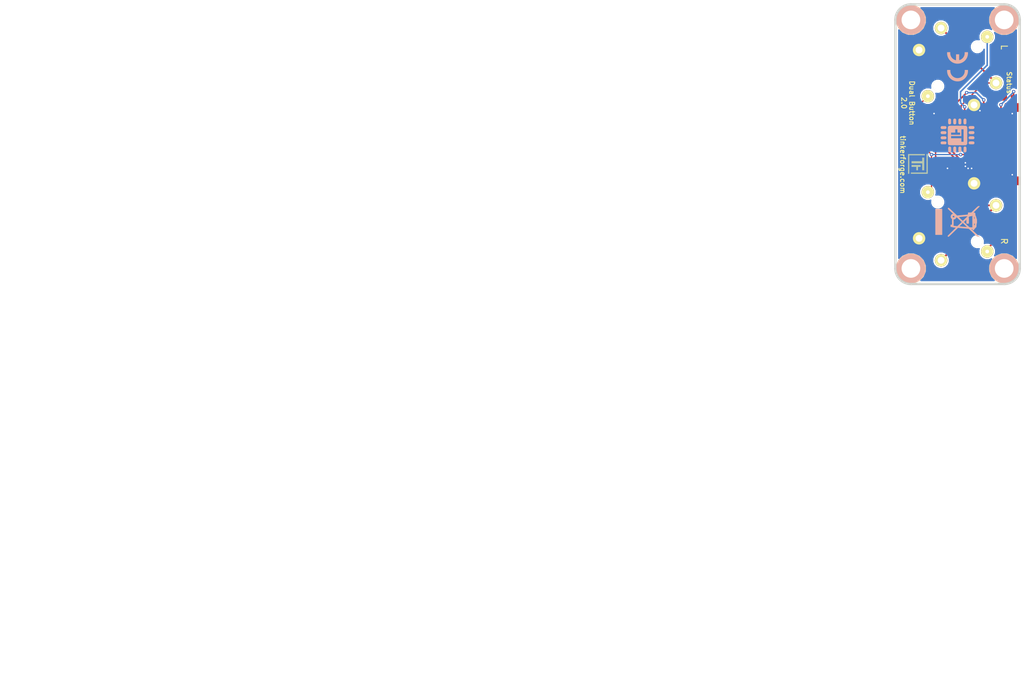
<source format=kicad_pcb>
(kicad_pcb (version 4) (host pcbnew 4.0.7-e2-6376~58~ubuntu17.04.1)
  (title_block (title "Dual Button Bricklet") (date 2018-02-21) (rev 2.0) (company "Tinkerforge GmbH") (comment 1 "Licensed under CERN OHL v.1.1") (comment 2 "Copyright (©) 2018, L.Lauer <lukas@tinkerforge.com>"))
  (layers (0 Vorderseite signal) (31 Rückseite signal) (34 B.Paste user) (35 F.Paste user) (36 B.SilkS user) (37 F.SilkS user) (38 B.Mask user) (39 F.Mask user) (44 Edge.Cuts user))
  (net 0 "")
  (net 1 D1)
  (net 2 D2)
  (net 3 GND)
  (net 4 SW1)
  (net 5 SW2)
  (net 6 VCC)
  (net 7 "Net-(C2-Pad2)")
  (net 8 "Net-(D1-Pad2)")
  (net 9 "Net-(P1-Pad1)")
  (net 10 "Net-(P1-Pad4)")
  (net 11 "Net-(P1-Pad5)")
  (net 12 "Net-(P1-Pad6)")
  (net 13 "Net-(P2-Pad1)")
  (net 14 "Net-(P3-Pad2)")
  (net 15 "Net-(R1-Pad1)")
  (net 16 S-MISO)
  (net 17 S-MOSI)
  (net 18 S-CLK)
  (net 19 S-CS)
  (net 20 "Net-(U1-Pad5)")
  (net 21 "Net-(U1-Pad6)")
  (net 22 "Net-(U1-Pad8)")
  (net 23 "Net-(U1-Pad16)")
  (net 24 "Net-(U1-Pad17)")
  (net 25 "Net-(U1-Pad21)")
  (net 26 "Net-(R2-Pad1)")
  (net 27 "Net-(R3-Pad1)")
  (net 28 "Net-(U1-Pad11)")
  (net 29 "Net-(U1-Pad12)")
  (net 30 "Net-(U1-Pad13)")
  (net 31 "Net-(U1-Pad14)")
  (net 32 "Net-(U1-Pad4)")
  (module kicad-libraries:TACT_SWITCH_12mm (layer Vorderseite) (at 169 96.5 45)
    (fp_text reference SW2)
    (fp_text value TACT_SWITCH_12MM)
    (pad 1 thru_hole circle (at -6.75 0 45) (size 2 2) (drill 0.6) (layers *.Cu *.Mask F.SilkS) (net 6 VCC))
    (pad 2 thru_hole circle (at 6.75 0 45) (size 2 2) (drill 0.6) (layers *.Cu *.Mask F.SilkS) (net 27 "Net-(R3-Pad1)"))
    (pad 3 thru_hole circle (at -2.5 -6.26 45) (size 2 2) (drill 1.1) (layers *.Cu *.Mask F.SilkS) (net 3 GND))
    (pad 4 thru_hole circle (at 2.5 -6.25 45) (size 2 2) (drill 1.1) (layers *.Cu *.Mask F.SilkS) (net 5 SW2))
    (pad 3 thru_hole circle (at -2.5 6.25 45) (size 2 2) (drill 1.1) (layers *.Cu *.Mask F.SilkS) (net 3 GND))
    (pad 4 thru_hole circle (at 2.5 6.25 45) (size 2 2) (drill 1.1) (layers *.Cu *.Mask F.SilkS) (net 5 SW2))
    (pad "" np_thru_hole circle (at -4.5 0 45) (size 1.6 1.6) (drill 1.6) (layers *.Cu *.Mask F.SilkS))
    (pad "" np_thru_hole circle (at 4.5 0 45) (size 1.6 1.6) (drill 1.6) (layers *.Cu *.Mask F.SilkS))
  )
  (module Logo_31x31 (layer Vorderseite) (at 164.2 110.6 270)
    (fp_text reference Ref** hide)
    (fp_text value Val** hide)
  )
  (module Fiducial_Mark (layer Vorderseite) (at 160.5 93)
    (fp_text reference Fiducial_Mark hide)
    (fp_text value VAL** hide)
    (pad 1 smd circle (at 0 0) (size 1.00076 1.00076) (layers Vorderseite F.Mask) (clearance 0.65024))
  )
  (module Fiducial_Mark (layer Vorderseite) (at 177.5 117)
    (fp_text reference Fiducial_Mark hide)
    (fp_text value VAL** hide)
    (pad 1 smd circle (at 0 0) (size 1.00076 1.00076) (layers Vorderseite F.Mask) (clearance 0.65024))
  )
  (module kicad-libraries:TACT_SWITCH_12mm (layer Vorderseite) (at 169 121.5 315)
    (fp_text reference SW1)
    (fp_text value TACT_SWITCH_12MM)
    (pad 1 thru_hole circle (at -6.75 0 315) (size 2 2) (drill 0.6) (layers *.Cu *.Mask F.SilkS) (net 6 VCC))
    (pad 2 thru_hole circle (at 6.75 0 315) (size 2 2) (drill 0.6) (layers *.Cu *.Mask F.SilkS) (net 26 "Net-(R2-Pad1)"))
    (pad 3 thru_hole circle (at -2.5 -6.26 315) (size 2 2) (drill 1.1) (layers *.Cu *.Mask F.SilkS) (net 3 GND))
    (pad 4 thru_hole circle (at 2.5 -6.25 315) (size 2 2) (drill 1.1) (layers *.Cu *.Mask F.SilkS) (net 4 SW1))
    (pad 3 thru_hole circle (at -2.5 6.25 315) (size 2 2) (drill 1.1) (layers *.Cu *.Mask F.SilkS) (net 3 GND))
    (pad 4 thru_hole circle (at 2.5 6.25 315) (size 2 2) (drill 1.1) (layers *.Cu *.Mask F.SilkS) (net 4 SW1))
    (pad "" np_thru_hole circle (at -4.5 0 315) (size 1.6 1.6) (drill 1.6) (layers *.Cu *.Mask F.SilkS))
    (pad "" np_thru_hole circle (at 4.5 0 315) (size 1.6 1.6) (drill 1.6) (layers *.Cu *.Mask F.SilkS))
  )
  (module kicad-libraries:CE_5mm (layer Rückseite) (at 169 96.5 90)
    (fp_text reference VAL hide)
    (fp_text value CE_5mm hide)
  )
  (module kicad-libraries:WEEE_7mm (layer Rückseite) (at 169 121.49 90)
    (fp_text reference VAL hide)
    (fp_text value WEEE_7mm hide)
  )
  (module kicad-libraries:C0402E (layer Vorderseite) (at 172.6 104.9 270)
    (fp_text reference C2)
    (fp_text value 220pF)
    (pad 1 smd rect (at -0.65 0 270) (size 0.7 0.9) (layers Vorderseite F.Paste F.Mask) (net 3 GND))
    (pad 2 smd rect (at 0.65 0 270) (size 0.7 0.9) (layers Vorderseite F.Paste F.Mask) (net 7 "Net-(C2-Pad2)"))
  )
  (module kicad-libraries:D0603F (layer Vorderseite) (at 177.26 101.54 180)
    (fp_text reference D1)
    (fp_text value blue)
    (pad 1 smd rect (at -0.75 0 180) (size 0.9 0.9) (layers Vorderseite F.Paste F.Mask) (net 6 VCC))
    (pad 2 smd rect (at 0.75 0 180) (size 0.9 0.9) (layers Vorderseite F.Paste F.Mask) (net 8 "Net-(D1-Pad2)"))
  )
  (module kicad-libraries:CON-SENSOR2 (layer Vorderseite) (at 179 109 90)
    (fp_text reference P1)
    (fp_text value CON-SENSOR2)
    (pad 1 smd rect (at -3.75 -4.6 90) (size 0.6 1.8) (layers Vorderseite F.Paste F.Mask) (net 9 "Net-(P1-Pad1)"))
    (pad 2 smd rect (at -2.5 -4.6 90) (size 0.6 1.8) (layers Vorderseite F.Paste F.Mask) (net 3 GND))
    (pad EP smd rect (at -5.9 -1.2 90) (size 1.4 2.4) (layers Vorderseite F.Paste F.Mask) (net 3 GND))
    (pad EP smd rect (at 5.9 -1.2 90) (size 1.4 2.4) (layers Vorderseite F.Paste F.Mask) (net 3 GND))
    (pad 3 smd rect (at -1.25 -4.6 90) (size 0.6 1.8) (layers Vorderseite F.Paste F.Mask) (net 6 VCC))
    (pad 4 smd rect (at 0 -4.6 90) (size 0.6 1.8) (layers Vorderseite F.Paste F.Mask) (net 10 "Net-(P1-Pad4)"))
    (pad 5 smd rect (at 1.25 -4.6 90) (size 0.6 1.8) (layers Vorderseite F.Paste F.Mask) (net 11 "Net-(P1-Pad5)"))
    (pad 6 smd rect (at 2.5 -4.6 90) (size 0.6 1.8) (layers Vorderseite F.Paste F.Mask) (net 12 "Net-(P1-Pad6)"))
    (pad 7 smd rect (at 3.75 -4.6 90) (size 0.6 1.8) (layers Vorderseite F.Paste F.Mask) (net 7 "Net-(C2-Pad2)"))
  )
  (module kicad-libraries:DEBUG_PAD (layer Vorderseite) (at 163.03 107.94)
    (fp_text reference P2)
    (fp_text value DEBUG)
    (pad 1 smd circle (at 0 0) (size 0.7 0.7) (layers Vorderseite F.Paste F.Mask) (net 13 "Net-(P2-Pad1)"))
  )
  (module kicad-libraries:SolderJumper (layer Vorderseite) (at 166.68 112.19 135)
    (fp_text reference P3)
    (fp_text value BOOT)
    (pad 2 smd rect (at 0.55 0 135) (size 0.3 1.4) (layers Vorderseite F.Mask) (net 14 "Net-(P3-Pad2)"))
    (pad 2 smd rect (at 0.15 0 135) (size 0.6 0.5) (layers Vorderseite F.Mask) (net 14 "Net-(P3-Pad2)"))
    (pad 1 smd rect (at -0.5 0 135) (size 0.4 1.4) (layers Vorderseite F.Mask) (net 3 GND))
    (pad 1 smd rect (at -0.225 0.55 135) (size 0.95 0.3) (layers Vorderseite F.Mask) (net 3 GND))
    (pad 1 smd rect (at -0.225 -0.55 135) (size 0.95 0.3) (layers Vorderseite F.Mask) (net 3 GND))
  )
  (module kicad-libraries:R0603F (layer Vorderseite) (at 174.28 102.38 45)
    (fp_text reference R1)
    (fp_text value 1k)
    (pad 1 smd rect (at -0.75 0 45) (size 0.9 0.9) (layers Vorderseite F.Paste F.Mask) (net 15 "Net-(R1-Pad1)"))
    (pad 2 smd rect (at 0.75 0 45) (size 0.9 0.9) (layers Vorderseite F.Paste F.Mask) (net 8 "Net-(D1-Pad2)"))
  )
  (module kicad-libraries:4X0402 (layer Vorderseite) (at 172.1 107.1 90)
    (fp_text reference RP2)
    (fp_text value 82)
    (pad 1 smd rect (at -0.7493 0.575 270) (size 0.29972 0.65) (layers Vorderseite F.Paste F.Mask) (net 10 "Net-(P1-Pad4)"))
    (pad 2 smd rect (at -0.24892 0.575 270) (size 0.29972 0.65) (layers Vorderseite F.Paste F.Mask) (net 11 "Net-(P1-Pad5)"))
    (pad 3 smd rect (at 0.24892 0.575 270) (size 0.29972 0.65) (layers Vorderseite F.Paste F.Mask) (net 12 "Net-(P1-Pad6)"))
    (pad 4 smd rect (at 0.7493 0.575 270) (size 0.29972 0.65) (layers Vorderseite F.Paste F.Mask) (net 7 "Net-(C2-Pad2)"))
    (pad 5 smd rect (at 0.7493 -0.575 90) (size 0.29972 0.65) (layers Vorderseite F.Paste F.Mask) (net 16 S-MISO))
    (pad 6 smd rect (at 0.24892 -0.575 90) (size 0.29972 0.65) (layers Vorderseite F.Paste F.Mask) (net 17 S-MOSI))
    (pad 7 smd rect (at -0.24892 -0.575 90) (size 0.29972 0.65) (layers Vorderseite F.Paste F.Mask) (net 18 S-CLK))
    (pad 8 smd rect (at -0.7493 -0.575 90) (size 0.29972 0.65) (layers Vorderseite F.Paste F.Mask) (net 19 S-CS))
  )
  (module kicad-libraries:QFN24-4x4mm-0.5mm (layer Vorderseite) (at 166.54 107.49 225)
    (fp_text reference U1)
    (fp_text value XMC1XXX24)
    (pad 1 smd oval (at -2.025 -1.25 225) (size 1 0.3) (layers Vorderseite F.Paste F.Mask) (net 16 S-MISO))
    (pad 2 smd oval (at -2.025 -0.75 225) (size 1 0.3) (layers Vorderseite F.Paste F.Mask) (net 2 D2))
    (pad 3 smd oval (at -2.025 -0.25 225) (size 1 0.3) (layers Vorderseite F.Paste F.Mask) (net 5 SW2))
    (pad 4 smd oval (at -2.025 0.25 225) (size 1 0.3) (layers Vorderseite F.Paste F.Mask) (net 32 "Net-(U1-Pad4)"))
    (pad 5 smd oval (at -2.025 0.75 225) (size 1 0.3) (layers Vorderseite F.Paste F.Mask) (net 20 "Net-(U1-Pad5)"))
    (pad 6 smd oval (at -2.025 1.25 225) (size 1 0.3) (layers Vorderseite F.Paste F.Mask) (net 21 "Net-(U1-Pad6)"))
    (pad 7 smd oval (at -1.25 2.025 315) (size 1 0.3) (layers Vorderseite F.Paste F.Mask) (net 15 "Net-(R1-Pad1)"))
    (pad 8 smd oval (at -0.75 2.025 315) (size 1 0.3) (layers Vorderseite F.Paste F.Mask) (net 22 "Net-(U1-Pad8)"))
    (pad 9 smd oval (at -0.25 2.025 315) (size 1 0.3) (layers Vorderseite F.Paste F.Mask) (net 3 GND))
    (pad 10 smd oval (at 0.25 2.025 315) (size 1 0.3) (layers Vorderseite F.Paste F.Mask) (net 6 VCC))
    (pad 11 smd oval (at 0.75 2.025 315) (size 1 0.3) (layers Vorderseite F.Paste F.Mask) (net 28 "Net-(U1-Pad11)"))
    (pad 12 smd oval (at 1.25 2.025 315) (size 1 0.3) (layers Vorderseite F.Paste F.Mask) (net 29 "Net-(U1-Pad12)"))
    (pad 13 smd oval (at 2.025 1.25 225) (size 1 0.3) (layers Vorderseite F.Paste F.Mask) (net 30 "Net-(U1-Pad13)"))
    (pad 14 smd oval (at 2.025 0.75 225) (size 1 0.3) (layers Vorderseite F.Paste F.Mask) (net 31 "Net-(U1-Pad14)"))
    (pad 15 smd oval (at 2.025 0.25 225) (size 1 0.3) (layers Vorderseite F.Paste F.Mask) (net 13 "Net-(P2-Pad1)"))
    (pad 16 smd oval (at 2.025 -0.25 225) (size 1 0.3) (layers Vorderseite F.Paste F.Mask) (net 23 "Net-(U1-Pad16)"))
    (pad 17 smd oval (at 2.025 -0.75 225) (size 1 0.3) (layers Vorderseite F.Paste F.Mask) (net 24 "Net-(U1-Pad17)"))
    (pad 18 smd oval (at 2.025 -1.25 225) (size 1 0.3) (layers Vorderseite F.Paste F.Mask) (net 14 "Net-(P3-Pad2)"))
    (pad 19 smd oval (at 1.25 -2.025 315) (size 1 0.3) (layers Vorderseite F.Paste F.Mask) (net 4 SW1))
    (pad 20 smd oval (at 0.75 -2.025 315) (size 1 0.3) (layers Vorderseite F.Paste F.Mask) (net 1 D1))
    (pad 21 smd oval (at 0.25 -2.025 315) (size 1 0.3) (layers Vorderseite F.Paste F.Mask) (net 25 "Net-(U1-Pad21)"))
    (pad 22 smd oval (at -0.25 -2.025 315) (size 1 0.3) (layers Vorderseite F.Paste F.Mask) (net 19 S-CS))
    (pad 23 smd oval (at -0.75 -2.025 315) (size 1 0.3) (layers Vorderseite F.Paste F.Mask) (net 18 S-CLK))
    (pad 24 smd oval (at -1.25 -2.025 315) (size 1 0.3) (layers Vorderseite F.Paste F.Mask) (net 17 S-MOSI))
    (pad EXP smd rect (at 0.65 0.65 225) (size 1.3 1.3) (layers Vorderseite F.Paste F.Mask) (net 3 GND))
    (pad EXP smd rect (at 0.65 -0.65 225) (size 1.3 1.3) (layers Vorderseite F.Paste F.Mask) (net 3 GND))
    (pad EXP smd rect (at -0.65 0.65 225) (size 1.3 1.3) (layers Vorderseite F.Paste F.Mask) (net 3 GND))
    (pad EXP smd rect (at -0.65 -0.65 225) (size 1.3 1.3) (layers Vorderseite F.Paste F.Mask) (net 3 GND))
  )
  (module kicad-libraries:C0603F (layer Vorderseite) (at 164.18 105.12 225)
    (fp_text reference C4)
    (fp_text value 100nF)
    (pad 1 smd rect (at -0.75 0 225) (size 0.9 0.9) (layers Vorderseite F.Paste F.Mask) (net 3 GND))
    (pad 2 smd rect (at 0.75 0 225) (size 0.9 0.9) (layers Vorderseite F.Paste F.Mask) (net 6 VCC))
  )
  (module kicad-libraries:C0603F (layer Vorderseite) (at 170.99 111.42 90)
    (fp_text reference C3)
    (fp_text value 1uF)
    (pad 1 smd rect (at -0.75 0 90) (size 0.9 0.9) (layers Vorderseite F.Paste F.Mask) (net 3 GND))
    (pad 2 smd rect (at 0.75 0 90) (size 0.9 0.9) (layers Vorderseite F.Paste F.Mask) (net 6 VCC))
  )
  (module kicad-libraries:C0805 (layer Vorderseite) (at 172.46 111.21 90)
    (fp_text reference C1)
    (fp_text value 10uF)
    (pad 1 smd rect (at -1.00076 0 90) (size 1.00076 1.24968) (layers Vorderseite F.Paste F.Mask) (net 3 GND) (clearance 0.14986))
    (pad 2 smd rect (at 1.00076 0 90) (size 1.00076 1.24968) (layers Vorderseite F.Paste F.Mask) (net 6 VCC) (clearance 0.14986))
  )
  (module kicad-libraries:R0603F (layer Vorderseite) (at 174.4 115.96 135)
    (fp_text reference R2)
    (fp_text value 1k)
    (pad 1 smd rect (at -0.75 0 135) (size 0.9 0.9) (layers Vorderseite F.Paste F.Mask) (net 26 "Net-(R2-Pad1)"))
    (pad 2 smd rect (at 0.75 0 135) (size 0.9 0.9) (layers Vorderseite F.Paste F.Mask) (net 1 D1))
  )
  (module kicad-libraries:R0603F (layer Vorderseite) (at 170.39 105.17 225)
    (fp_text reference R3)
    (fp_text value 1k)
    (pad 1 smd rect (at -0.75 0 225) (size 0.9 0.9) (layers Vorderseite F.Paste F.Mask) (net 27 "Net-(R3-Pad1)"))
    (pad 2 smd rect (at 0.75 0 225) (size 0.9 0.9) (layers Vorderseite F.Paste F.Mask) (net 2 D2))
  )
  (module kicad-libraries:Logo_CoMCU (layer Rückseite) (at 169 107.6 90)
    (fp_text reference G*** hide)
    (fp_text value LOGO hide)
  )
  (module kicad-libraries:DRILL_NP (layer Vorderseite) (at 176.5 89)
    (fp_text reference U5 hide)
    (fp_text value DRILL hide)
    (pad "" np_thru_hole circle (at 0 0) (size 2.99974 2.99974) (drill 2.99974) (layers *.Cu *.Mask F.SilkS) (clearance 0.89916))
  )
  (module kicad-libraries:DRILL_NP (layer Vorderseite) (at 176.5 129 90)
    (fp_text reference U4 hide)
    (fp_text value DRILL hide)
    (pad "" np_thru_hole circle (at 0 0 90) (size 2.99974 2.99974) (drill 2.99974) (layers *.Cu *.Mask F.SilkS) (clearance 0.89916))
  )
  (module kicad-libraries:DRILL_NP (layer Vorderseite) (at 161.5 129)
    (fp_text reference U3 hide)
    (fp_text value DRILL hide)
    (pad "" np_thru_hole circle (at 0 0) (size 2.99974 2.99974) (drill 2.99974) (layers *.Cu *.Mask F.SilkS) (clearance 0.89916))
  )
  (module kicad-libraries:DRILL_NP (layer Vorderseite) (at 161.5 89 90)
    (fp_text reference U2 hide)
    (fp_text value DRILL hide)
    (pad "" np_thru_hole circle (at 0 0 90) (size 2.99974 2.99974) (drill 2.99974) (layers *.Cu *.Mask F.SilkS) (clearance 0.89916))
  )
  (gr_text Status (at 177.31 99.1 270) (layer F.SilkS) (effects (font (size 0.75 0.75))))
  (gr_text R (at 176.5 124.61 270) (layer F.SilkS) (effects (font (size 1 1))))
  (gr_text L (at 176.5 93.39 270) (layer F.SilkS) (effects (font (size 1 1))))
  (gr_line (start 176.5 131.5) (end 161.55 131.5) (angle 90) (layer Edge.Cuts) (width 0.381))
  (gr_line (start 159 129.05) (end 159 89) (angle 90) (layer Edge.Cuts) (width 0.381))
  (gr_arc (start 161.5 129) (end 161.55 131.5) (angle 90) (layer Edge.Cuts) (width 0.381))
  (gr_line (start 161.5 86.5) (end 176.5 86.5) (angle 90) (layer Edge.Cuts) (width 0.381))
  (gr_line (start 179 89) (end 179 129) (angle 90) (layer Edge.Cuts) (width 0.381))
  (gr_arc (start 176.5 89) (end 176.5 86.5) (angle 90) (layer Edge.Cuts) (width 0.381))
  (gr_arc (start 161.5 89) (end 159 89) (angle 90) (layer Edge.Cuts) (width 0.381))
  (gr_arc (start 176.5 129) (end 179 129) (angle 90) (layer Edge.Cuts) (width 0.381))
  (gr_text tinkerforge.com (at 160.2 112.3 270) (layer F.SilkS) (effects (font (size 0.8001 0.8001) (thickness 0.14986))))
  (gr_text "Dual Button\n2.0\n" (at 161.02 102.37 270) (layer F.SilkS) (effects (font (size 0.8001 0.8001) (thickness 0.14986))))
  (segment (start 167.441561 109.452221) (end 167.441561 109.461561) (width 0.25) (layer Vorderseite) (net 1))
  (segment (start 167.441561 109.461561) (end 169.48 111.5) (width 0.25) (layer Vorderseite) (net 1))
  (segment (start 169.48 111.5) (end 169.48 112.84) (width 0.25) (layer Vorderseite) (net 1))
  (segment (start 169.48 112.84) (end 170.34 113.7) (width 0.25) (layer Vorderseite) (net 1))
  (segment (start 170.34 113.7) (end 172.14 113.7) (width 0.25) (layer Vorderseite) (net 1))
  (segment (start 172.14 113.7) (end 173.86967 115.42967) (width 0.25) (layer Vorderseite) (net 1))
  (segment (start 168.502221 106.588439) (end 168.502221 106.587779) (width 0.2) (layer Vorderseite) (net 2))
  (segment (start 168.502221 106.587779) (end 168.98 106.11) (width 0.2) (layer Vorderseite) (net 2))
  (segment (start 168.98 106.11) (end 169.45 106.11) (width 0.2) (layer Vorderseite) (net 2))
  (segment (start 169.45 106.11) (end 169.85967 105.70033) (width 0.2) (layer Vorderseite) (net 2))
  (segment (start 167.033553 112.543553) (end 167.38 112.89) (width 0.2) (layer Vorderseite) (net 3))
  (via (at 167.38 112.89) (size 0.55) (drill 0.25) (layers Vorderseite Rückseite) (net 3))
  (segment (start 166.45019 112.738008) (end 166.458008 112.738008) (width 0.2) (layer Vorderseite) (net 3))
  (segment (start 166.458008 112.738008) (end 166.55 112.83) (width 0.2) (layer Vorderseite) (net 3))
  (segment (start 166.55 112.83) (end 166.76 112.83) (width 0.2) (layer Vorderseite) (net 3))
  (segment (start 166.76 112.83) (end 167.05 112.54) (width 0.2) (layer Vorderseite) (net 3))
  (segment (start 167.05 112.54) (end 167.033553 112.543553) (width 0.2) (layer Vorderseite) (net 3))
  (segment (start 167.228008 111.96019) (end 167.228008 111.978008) (width 0.2) (layer Vorderseite) (net 3))
  (segment (start 167.228008 111.978008) (end 167.33 112.08) (width 0.2) (layer Vorderseite) (net 3))
  (segment (start 167.33 112.08) (end 167.33 112.26) (width 0.2) (layer Vorderseite) (net 3))
  (segment (start 167.33 112.26) (end 167.04 112.55) (width 0.2) (layer Vorderseite) (net 3))
  (segment (start 167.04 112.55) (end 167.033553 112.543553) (width 0.2) (layer Vorderseite) (net 3))
  (segment (start 164.71033 104.58967) (end 164.71033 104.57967) (width 0.55) (layer Vorderseite) (net 3))
  (segment (start 164.71033 104.57967) (end 165.22 104.07) (width 0.55) (layer Vorderseite) (net 3))
  (via (at 165.22 104.07) (size 0.55) (drill 0.25) (layers Vorderseite Rückseite) (net 3))
  (segment (start 165.620761 107.49) (end 166.54 106.570761) (width 0.2) (layer Vorderseite) (net 3))
  (segment (start 167.459239 107.49) (end 166.54 108.409239) (width 0.2) (layer Vorderseite) (net 3))
  (segment (start 166.54 108.409239) (end 165.620761 107.49) (width 0.2) (layer Vorderseite) (net 3))
  (segment (start 166.54 106.570761) (end 167.459239 107.49) (width 0.2) (layer Vorderseite) (net 3))
  (segment (start 165.284885 105.881332) (end 165.301332 105.881332) (width 0.2) (layer Vorderseite) (net 3))
  (segment (start 165.301332 105.881332) (end 165.990761 106.570761) (width 0.2) (layer Vorderseite) (net 3))
  (segment (start 165.990761 106.570761) (end 166.54 106.570761) (width 0.2) (layer Vorderseite) (net 3))
  (segment (start 165.284885 105.881332) (end 165.284885 105.874885) (width 0.2) (layer Vorderseite) (net 3))
  (segment (start 165.284885 105.874885) (end 164.91 105.5) (width 0.2) (layer Vorderseite) (net 3))
  (segment (start 164.91 105.5) (end 164.91 104.78934) (width 0.2) (layer Vorderseite) (net 3))
  (segment (start 164.91 104.78934) (end 164.71033 104.58967) (width 0.2) (layer Vorderseite) (net 3))
  (segment (start 177.8 114.9) (end 177.8 113.92) (width 0.55) (layer Vorderseite) (net 3))
  (via (at 177.8 113.92) (size 0.55) (drill 0.25) (layers Vorderseite Rückseite) (net 3))
  (segment (start 177.8 103.1) (end 177.8 104.08) (width 0.55) (layer Vorderseite) (net 3))
  (via (at 177.8 104.08) (size 0.55) (drill 0.25) (layers Vorderseite Rückseite) (net 3))
  (segment (start 172.6 104.25) (end 172.6 103.62) (width 0.55) (layer Vorderseite) (net 3))
  (via (at 172.6 103.62) (size 0.55) (drill 0.25) (layers Vorderseite Rückseite) (net 3))
  (via (at 171.26 112.9) (size 0.55) (drill 0.25) (layers Vorderseite Rückseite) (net 3))
  (segment (start 170.26 112) (end 170.82 112) (width 0.55) (layer Vorderseite) (net 3))
  (via (at 170.26 112) (size 0.55) (drill 0.25) (layers Vorderseite Rückseite) (net 3))
  (segment (start 170.82 112) (end 170.99 112.17) (width 0.55) (layer Vorderseite) (net 3))
  (segment (start 170.7 112.9) (end 171.26 112.9) (width 0.55) (layer Vorderseite) (net 3))
  (segment (start 170.99 112.63) (end 171.26 112.9) (width 0.55) (layer Vorderseite) (net 3))
  (segment (start 170.99 112.63) (end 170.99 112.17) (width 0.55) (layer Vorderseite) (net 3))
  (via (at 170.7 112.9) (size 0.55) (drill 0.25) (layers Vorderseite Rückseite) (net 3))
  (segment (start 170.7 112.9) (end 170.6 112.9) (width 0.55) (layer Vorderseite) (net 3))
  (segment (start 170.99 112.61) (end 170.7 112.9) (width 0.55) (layer Vorderseite) (net 3))
  (via (at 170.26 112.56) (size 0.55) (drill 0.25) (layers Vorderseite Rückseite) (net 3))
  (segment (start 170.26 112) (end 170.26 112.56) (width 0.55) (layer Vorderseite) (net 3))
  (segment (start 170.43 112.17) (end 170.26 112) (width 0.55) (layer Vorderseite) (net 3))
  (segment (start 170.43 112.17) (end 170.99 112.17) (width 0.55) (layer Vorderseite) (net 3))
  (segment (start 170.65 112.17) (end 170.26 112.56) (width 0.55) (layer Vorderseite) (net 3))
  (segment (start 170.6 112.9) (end 170.26 112.56) (width 0.55) (layer Vorderseite) (net 3))
  (segment (start 170.99 112.17) (end 170.99 112.61) (width 0.55) (layer Vorderseite) (net 3))
  (segment (start 172.46 112.21076) (end 171.03076 112.21076) (width 0.55) (layer Vorderseite) (net 3))
  (segment (start 171.03076 112.21076) (end 170.99 112.17) (width 0.55) (layer Vorderseite) (net 3))
  (segment (start 174.4 111.5) (end 173.17076 111.5) (width 0.55) (layer Vorderseite) (net 3))
  (segment (start 173.17076 111.5) (end 172.46 112.21076) (width 0.55) (layer Vorderseite) (net 3))
  (segment (start 167.088008 109.805775) (end 167.095775 109.805775) (width 0.25) (layer Vorderseite) (net 4))
  (segment (start 167.095775 109.805775) (end 169.02 111.73) (width 0.25) (layer Vorderseite) (net 4))
  (segment (start 169.02 111.73) (end 169.02 114.94) (width 0.25) (layer Vorderseite) (net 4))
  (segment (start 169.02 114.94) (end 172.92835 118.84835) (width 0.25) (layer Vorderseite) (net 4))
  (segment (start 172.92835 118.84835) (end 175.187184 118.84835) (width 0.25) (layer Vorderseite) (net 4))
  (segment (start 166.34835 127.687184) (end 175.187184 118.84835) (width 0.29972) (layer Vorderseite) (net 4))
  (segment (start 168.148668 106.234885) (end 168.155115 106.234885) (width 0.2) (layer Vorderseite) (net 5))
  (segment (start 168.155115 106.234885) (end 169.59 104.8) (width 0.2) (layer Vorderseite) (net 5))
  (segment (start 169.59 104.8) (end 169.59 102.77) (width 0.2) (layer Vorderseite) (net 5))
  (segment (start 169.59 102.77) (end 173.20835 99.15165) (width 0.2) (layer Vorderseite) (net 5))
  (segment (start 173.20835 99.15165) (end 175.187184 99.15165) (width 0.2) (layer Vorderseite) (net 5))
  (segment (start 175.187184 99.15165) (end 166.34835 90.312816) (width 0.29972) (layer Vorderseite) (net 5))
  (segment (start 170.99 110.67) (end 170.99 109.5) (width 0.25) (layer Vorderseite) (net 6))
  (segment (start 178.01 100.54) (end 178.01 101.54) (width 0.25) (layer Vorderseite) (net 6))
  (segment (start 178.02 100.53) (end 178.01 100.54) (width 0.25) (layer Vorderseite) (net 6))
  (via (at 178.02 100.53) (size 0.55) (drill 0.25) (layers Vorderseite Rückseite) (net 6))
  (segment (start 178.02 100.61) (end 178.02 100.53) (width 0.25) (layer Rückseite) (net 6))
  (segment (start 175.98 102.65) (end 178.02 100.61) (width 0.25) (layer Rückseite) (net 6))
  (via (at 175.98 102.65) (size 0.55) (drill 0.25) (layers Vorderseite Rückseite) (net 6))
  (segment (start 175.98 109.13) (end 175.98 102.65) (width 0.25) (layer Vorderseite) (net 6))
  (segment (start 175.5 109.61) (end 175.98 109.13) (width 0.25) (layer Vorderseite) (net 6))
  (segment (start 173.38 109.61) (end 175.5 109.61) (width 0.25) (layer Vorderseite) (net 6))
  (segment (start 173.08 109.31) (end 173.38 109.61) (width 0.25) (layer Vorderseite) (net 6))
  (segment (start 171.18 109.31) (end 173.08 109.31) (width 0.25) (layer Vorderseite) (net 6))
  (segment (start 170.99 109.5) (end 171.18 109.31) (width 0.25) (layer Vorderseite) (net 6))
  (segment (start 164.81 110.67) (end 164.81 116.144058) (width 0.2) (layer Vorderseite) (net 6))
  (segment (start 164.81 116.144058) (end 164.227029 116.727029) (width 0.2) (layer Vorderseite) (net 6))
  (segment (start 162.37 107.1) (end 162.37 103.13) (width 0.2) (layer Vorderseite) (net 6))
  (segment (start 162.37 103.13) (end 164.227029 101.272971) (width 0.2) (layer Vorderseite) (net 6))
  (segment (start 170.99 110.67) (end 169.5 110.67) (width 0.2) (layer Vorderseite) (net 6))
  (segment (start 162.37 106.93) (end 163.64967 105.65033) (width 0.2) (layer Vorderseite) (net 6))
  (segment (start 162.37 108.23) (end 162.37 107.1) (width 0.2) (layer Vorderseite) (net 6))
  (segment (start 162.37 107.1) (end 162.37 106.93) (width 0.2) (layer Vorderseite) (net 6))
  (segment (start 164.81 110.67) (end 162.37 108.23) (width 0.2) (layer Vorderseite) (net 6))
  (via (at 164.81 110.67) (size 0.55) (drill 0.25) (layers Vorderseite Rückseite) (net 6))
  (segment (start 169.5 110.67) (end 164.81 110.67) (width 0.2) (layer Rückseite) (net 6))
  (via (at 169.5 110.67) (size 0.55) (drill 0.25) (layers Vorderseite Rückseite) (net 6))
  (segment (start 164.931332 106.234885) (end 164.914885 106.234885) (width 0.2) (layer Vorderseite) (net 6))
  (segment (start 164.914885 106.234885) (end 164.53 105.85) (width 0.2) (layer Vorderseite) (net 6))
  (segment (start 164.53 105.85) (end 163.84934 105.85) (width 0.2) (layer Vorderseite) (net 6))
  (segment (start 163.84934 105.85) (end 163.64967 105.65033) (width 0.2) (layer Vorderseite) (net 6))
  (segment (start 172.46 110.20924) (end 171.91076 110.20924) (width 0.55) (layer Vorderseite) (net 6))
  (segment (start 171.91076 110.20924) (end 171.45 110.67) (width 0.55) (layer Vorderseite) (net 6))
  (segment (start 171.45 110.67) (end 170.99 110.67) (width 0.55) (layer Vorderseite) (net 6))
  (segment (start 174.4 110.25) (end 172.50076 110.25) (width 0.55) (layer Vorderseite) (net 6))
  (segment (start 172.50076 110.25) (end 172.46 110.20924) (width 0.45) (layer Vorderseite) (net 6))
  (segment (start 172.6 105.55) (end 172.6 106.2757) (width 0.2) (layer Vorderseite) (net 7))
  (segment (start 172.6 106.2757) (end 172.675 106.3507) (width 0.2) (layer Vorderseite) (net 7))
  (segment (start 174.4 105.25) (end 173.44 105.25) (width 0.2) (layer Vorderseite) (net 7))
  (segment (start 173.14 105.55) (end 172.6 105.55) (width 0.2) (layer Vorderseite) (net 7))
  (segment (start 173.44 105.25) (end 173.14 105.55) (width 0.2) (layer Vorderseite) (net 7))
  (segment (start 174.81033 101.84967) (end 174.86033 101.84967) (width 0.3) (layer Vorderseite) (net 8))
  (segment (start 174.86033 101.84967) (end 175.17 101.54) (width 0.25) (layer Vorderseite) (net 8))
  (segment (start 175.17 101.54) (end 176.51 101.54) (width 0.25) (layer Vorderseite) (net 8))
  (segment (start 174.4 109) (end 173.97 109) (width 0.2) (layer Vorderseite) (net 10))
  (segment (start 173.97 109) (end 173.24 108.27) (width 0.2) (layer Vorderseite) (net 10))
  (segment (start 173.24 108.27) (end 173.24 108) (width 0.2) (layer Vorderseite) (net 10))
  (segment (start 173.24 108) (end 173.0893 107.8493) (width 0.2) (layer Vorderseite) (net 10))
  (segment (start 173.0893 107.8493) (end 172.675 107.8493) (width 0.2) (layer Vorderseite) (net 10))
  (segment (start 174.4 107.75) (end 173.6 107.75) (width 0.2) (layer Vorderseite) (net 11))
  (segment (start 173.6 107.75) (end 173.19892 107.34892) (width 0.2) (layer Vorderseite) (net 11))
  (segment (start 173.19892 107.34892) (end 172.675 107.34892) (width 0.2) (layer Vorderseite) (net 11))
  (segment (start 174.4 106.5) (end 173.5 106.5) (width 0.2) (layer Vorderseite) (net 12))
  (segment (start 173.5 106.5) (end 173.14892 106.85108) (width 0.2) (layer Vorderseite) (net 12))
  (segment (start 173.14892 106.85108) (end 172.675 106.85108) (width 0.2) (layer Vorderseite) (net 12))
  (segment (start 164.931332 108.745115) (end 164.924885 108.745115) (width 0.2) (layer Vorderseite) (net 13))
  (segment (start 164.924885 108.745115) (end 164.46 109.21) (width 0.2) (layer Vorderseite) (net 13))
  (segment (start 164.46 109.21) (end 164.3 109.21) (width 0.2) (layer Vorderseite) (net 13))
  (segment (start 164.3 109.21) (end 163.03 107.94) (width 0.2) (layer Vorderseite) (net 13))
  (segment (start 166.291091 111.801091) (end 166.291091 111.791091) (width 0.2) (layer Vorderseite) (net 14))
  (segment (start 166.291091 111.791091) (end 165.47 110.97) (width 0.2) (layer Vorderseite) (net 14))
  (segment (start 165.47 110.327767) (end 165.991992 109.805775) (width 0.2) (layer Vorderseite) (net 14))
  (segment (start 165.47 110.97) (end 165.47 110.327767) (width 0.2) (layer Vorderseite) (net 14))
  (segment (start 166.573934 112.083934) (end 166.291091 111.801091) (width 0.25) (layer Vorderseite) (net 14))
  (segment (start 173.74967 102.91033) (end 173.74967 102.89967) (width 0.25) (layer Vorderseite) (net 15))
  (segment (start 173.74967 102.89967) (end 173.2 102.35) (width 0.25) (layer Vorderseite) (net 15))
  (segment (start 166.916217 104.25) (end 165.991992 105.174225) (width 0.25) (layer Vorderseite) (net 15))
  (segment (start 166.93 104.25) (end 166.916217 104.25) (width 0.25) (layer Vorderseite) (net 15))
  (segment (start 170.51 100.67) (end 166.93 104.25) (width 0.25) (layer Vorderseite) (net 15))
  (segment (start 170.47 100.71) (end 170.51 100.67) (width 0.25) (layer Vorderseite) (net 15))
  (segment (start 170.46 100.7) (end 170.47 100.71) (width 0.25) (layer Vorderseite) (net 15))
  (via (at 170.46 100.7) (size 0.55) (drill 0.25) (layers Vorderseite Rückseite) (net 15))
  (segment (start 172.02 100.7) (end 170.46 100.7) (width 0.25) (layer Rückseite) (net 15))
  (segment (start 173.2 101.88) (end 172.02 100.7) (width 0.25) (layer Rückseite) (net 15))
  (via (at 173.2 101.88) (size 0.55) (drill 0.25) (layers Vorderseite Rückseite) (net 15))
  (segment (start 173.2 102.35) (end 173.2 101.88) (width 0.25) (layer Vorderseite) (net 15))
  (segment (start 173.74967 102.91033) (end 173.74033 102.91033) (width 0.25) (layer Vorderseite) (net 15))
  (segment (start 171.525 106.3507) (end 170.7293 106.3507) (width 0.2) (layer Vorderseite) (net 16))
  (segment (start 169.297767 106.5) (end 168.855775 106.941992) (width 0.2) (layer Vorderseite) (net 16))
  (segment (start 169.47 106.5) (end 169.297767 106.5) (width 0.2) (layer Vorderseite) (net 16))
  (segment (start 169.7 106.73) (end 169.47 106.5) (width 0.2) (layer Vorderseite) (net 16))
  (segment (start 170.35 106.73) (end 169.7 106.73) (width 0.2) (layer Vorderseite) (net 16))
  (segment (start 170.7293 106.3507) (end 170.35 106.73) (width 0.2) (layer Vorderseite) (net 16))
  (segment (start 171.525 106.85108) (end 170.76892 106.85108) (width 0.2) (layer Vorderseite) (net 17))
  (segment (start 169.217767 108.4) (end 168.855775 108.038008) (width 0.2) (layer Vorderseite) (net 17))
  (segment (start 169.49 108.4) (end 169.217767 108.4) (width 0.2) (layer Vorderseite) (net 17))
  (segment (start 169.72 108.17) (end 169.49 108.4) (width 0.2) (layer Vorderseite) (net 17))
  (segment (start 169.72 107.9) (end 169.72 108.17) (width 0.2) (layer Vorderseite) (net 17))
  (segment (start 170.76892 106.85108) (end 169.72 107.9) (width 0.2) (layer Vorderseite) (net 17))
  (segment (start 171.525 107.34892) (end 170.83108 107.34892) (width 0.2) (layer Vorderseite) (net 18))
  (segment (start 168.90066 108.79) (end 168.502221 108.391561) (width 0.2) (layer Vorderseite) (net 18))
  (segment (start 169.61 108.79) (end 168.90066 108.79) (width 0.2) (layer Vorderseite) (net 18))
  (segment (start 170.09 108.31) (end 169.61 108.79) (width 0.2) (layer Vorderseite) (net 18))
  (segment (start 170.09 108.09) (end 170.09 108.31) (width 0.2) (layer Vorderseite) (net 18))
  (segment (start 170.83108 107.34892) (end 170.09 108.09) (width 0.2) (layer Vorderseite) (net 18))
  (segment (start 171.525 107.8493) (end 170.825678 107.8493) (width 0.2) (layer Vorderseite) (net 19))
  (segment (start 168.563553 109.16) (end 168.148668 108.745115) (width 0.2) (layer Vorderseite) (net 19))
  (segment (start 169.77 109.16) (end 168.563553 109.16) (width 0.2) (layer Vorderseite) (net 19))
  (segment (start 170.46 108.47) (end 169.77 109.16) (width 0.2) (layer Vorderseite) (net 19))
  (segment (start 170.46 108.214978) (end 170.46 108.47) (width 0.2) (layer Vorderseite) (net 19))
  (segment (start 170.825678 107.8493) (end 170.46 108.214978) (width 0.2) (layer Vorderseite) (net 19))
  (segment (start 174.93033 116.49033) (end 174.93033 116.53033) (width 0.25) (layer Vorderseite) (net 26))
  (segment (start 174.93033 116.53033) (end 176.68 118.28) (width 0.25) (layer Vorderseite) (net 26))
  (segment (start 176.68 118.28) (end 176.68 122.95) (width 0.25) (layer Vorderseite) (net 26))
  (segment (start 176.68 122.95) (end 173.772971 125.857029) (width 0.25) (layer Vorderseite) (net 26))
  (segment (start 173.772971 125.857029) (end 173.772971 126.272971) (width 0.25) (layer Vorderseite) (net 26))
  (segment (start 170.92033 104.63967) (end 170.92033 104.51033) (width 0.25) (layer Vorderseite) (net 27))
  (segment (start 170.92033 104.51033) (end 170.14 103.73) (width 0.25) (layer Vorderseite) (net 27))
  (segment (start 173.772971 96.277029) (end 173.772971 91.727029) (width 0.25) (layer Rückseite) (net 27))
  (segment (start 169.48 100.57) (end 173.772971 96.277029) (width 0.25) (layer Rückseite) (net 27))
  (segment (start 169.48 102.33) (end 169.48 100.57) (width 0.25) (layer Rückseite) (net 27))
  (segment (start 170.14 102.99) (end 169.48 102.33) (width 0.25) (layer Rückseite) (net 27))
  (via (at 170.14 102.99) (size 0.55) (drill 0.25) (layers Vorderseite Rückseite) (net 27))
  (segment (start 170.14 103.73) (end 170.14 102.99) (width 0.25) (layer Vorderseite) (net 27))
  (segment (start 170.92033 104.63967) (end 170.92033 104.27033) (width 0.2) (layer Vorderseite) (net 27))
  (zone (net 3) (net_name GND) (layer Rückseite) (connect_pads yes (clearance 0.24892)) (min_thickness 0.24892) (fill yes (arc_segments 16) (thermal_gap 0.29972) (thermal_bridge_width 0.29972))
    (polygon (pts (xy 159.1 131.4) (xy 178.9 131.4) (xy 178.9 86.6) (xy 159.1 86.6)))
  )
)
</source>
